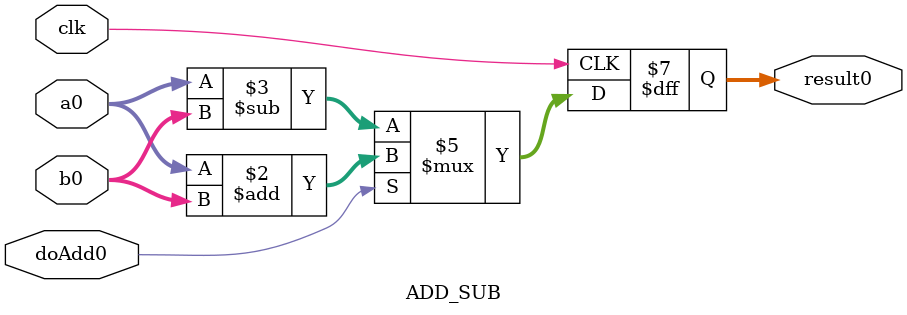
<source format=sv>
module ADD_SUB(
  input            clk,
  input [7:0]      a0,
  input [7:0]      b0,
  // if this is 1, add; else subtract
  input            doAdd0,
  output reg [8:0] result0
);

  always @ (posedge clk)
    begin
      if (doAdd0)
        result0 <= a0 + b0;
      else
        result0 <= a0 - b0;
    end

endmodule: ADD_SUB



</source>
